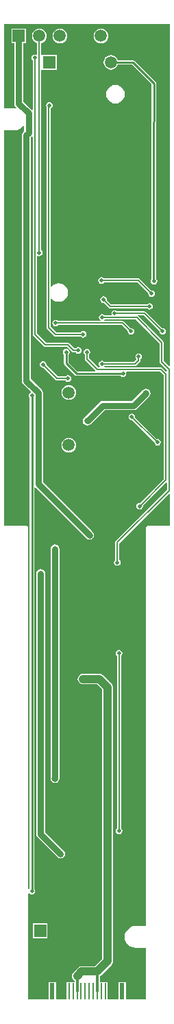
<source format=gbl>
%FSLAX25Y25*%
%MOIN*%
G70*
G01*
G75*
G04 Layer_Physical_Order=2*
G04 Layer_Color=16711680*
%ADD10R,0.03150X0.03937*%
%ADD11R,0.02362X0.07874*%
%ADD12R,0.01063X0.07874*%
%ADD13R,0.03937X0.03150*%
%ADD14R,0.05906X0.12992*%
%ADD15R,0.05906X0.03937*%
%ADD16R,0.01969X0.07874*%
%ADD17O,0.01969X0.07874*%
%ADD18R,0.05118X0.05118*%
%ADD19R,0.02362X0.00787*%
%ADD20R,0.03150X0.00787*%
%ADD21R,0.00787X0.02362*%
%ADD22R,0.00787X0.03150*%
%ADD23R,0.03150X0.02559*%
%ADD24R,0.15748X0.05118*%
%ADD25C,0.05906*%
%ADD26R,0.03937X0.04724*%
%ADD27R,0.12402X0.08898*%
%ADD28R,0.02400X0.05906*%
%ADD29R,0.04724X0.03937*%
%ADD30R,0.03150X0.03543*%
%ADD31R,0.03150X0.03543*%
%ADD32R,0.01575X0.03937*%
%ADD33C,0.00787*%
%ADD34C,0.01000*%
%ADD35C,0.01181*%
%ADD36C,0.03150*%
%ADD37C,0.03937*%
%ADD38C,0.02362*%
%ADD39C,0.01575*%
%ADD40R,0.05906X0.05906*%
%ADD41R,0.05906X0.05906*%
%ADD42C,0.01969*%
%ADD43C,0.03150*%
%ADD44C,0.01575*%
G36*
X81674Y-167200D02*
X81212Y-167391D01*
X78720Y-164899D01*
Y-155866D01*
X78644Y-155482D01*
X78426Y-155157D01*
X66224Y-142954D01*
X65898Y-142736D01*
X65898Y-142736D01*
X65898D01*
Y-142736D01*
X65902Y-142699D01*
X68996D01*
X76535Y-150238D01*
X76505Y-150394D01*
X76627Y-151008D01*
X76975Y-151529D01*
X77496Y-151877D01*
X78110Y-151999D01*
X78725Y-151877D01*
X79246Y-151529D01*
X79594Y-151008D01*
X79716Y-150394D01*
X79594Y-149779D01*
X79246Y-149258D01*
X78725Y-148910D01*
X78110Y-148788D01*
X77955Y-148819D01*
X70121Y-140985D01*
X69796Y-140768D01*
X69411Y-140691D01*
X56029D01*
X55941Y-140560D01*
X55420Y-140211D01*
X54805Y-140089D01*
X54191Y-140211D01*
X53670Y-140560D01*
X53322Y-141080D01*
X53199Y-141695D01*
X53315Y-142273D01*
X52997Y-142660D01*
X50018D01*
X49876Y-142447D01*
X49355Y-142099D01*
X48740Y-141977D01*
X48126Y-142099D01*
X47605Y-142447D01*
X47257Y-142968D01*
X47135Y-143583D01*
X47257Y-144197D01*
X47605Y-144718D01*
X47871Y-144896D01*
X47726Y-145374D01*
X27247D01*
X27159Y-145243D01*
X26638Y-144895D01*
X26024Y-144772D01*
X25409Y-144895D01*
X24888Y-145243D01*
X24540Y-145764D01*
X24418Y-146378D01*
X24540Y-146992D01*
X24888Y-147513D01*
X25409Y-147861D01*
X26024Y-147984D01*
X26638Y-147861D01*
X27159Y-147513D01*
X27247Y-147381D01*
X58324D01*
X61105Y-150162D01*
X61074Y-150317D01*
X61196Y-150932D01*
X61544Y-151452D01*
X62065Y-151800D01*
X62679Y-151923D01*
X63294Y-151800D01*
X63815Y-151452D01*
X64163Y-150932D01*
X64285Y-150317D01*
X64163Y-149703D01*
X63815Y-149182D01*
X63294Y-148834D01*
X62679Y-148711D01*
X62524Y-148742D01*
X59450Y-145668D01*
X59124Y-145451D01*
X58740Y-145374D01*
X49754D01*
X49609Y-144896D01*
X49876Y-144718D01*
X49910Y-144667D01*
X65098D01*
X76713Y-156282D01*
Y-165315D01*
X76713Y-165315D01*
X76713D01*
X76789Y-165699D01*
X77007Y-166024D01*
X80186Y-169203D01*
X80088Y-169694D01*
X79755Y-169832D01*
X78072Y-168149D01*
X77746Y-167931D01*
X77362Y-167855D01*
X50064D01*
X49757Y-167395D01*
X49845Y-167263D01*
X64606D01*
X64990Y-167187D01*
X65316Y-166969D01*
X67166Y-165119D01*
X67384Y-164794D01*
X67460Y-164409D01*
X67460Y-164409D01*
X67460Y-164409D01*
Y-164409D01*
Y-163940D01*
X67592Y-163852D01*
X67940Y-163331D01*
X68062Y-162716D01*
X67940Y-162102D01*
X67592Y-161581D01*
X67071Y-161233D01*
X66457Y-161111D01*
X65842Y-161233D01*
X65321Y-161581D01*
X64973Y-162102D01*
X64851Y-162716D01*
X64973Y-163331D01*
X65321Y-163852D01*
X64770Y-164677D01*
X64191Y-165256D01*
X49845D01*
X49757Y-165124D01*
X49237Y-164776D01*
X48622Y-164654D01*
X48008Y-164776D01*
X47487Y-165124D01*
X47139Y-165645D01*
X47016Y-166260D01*
X47139Y-166874D01*
X47487Y-167395D01*
X47244Y-167759D01*
X46746Y-167807D01*
X42303Y-163364D01*
Y-161656D01*
X42435Y-161568D01*
X42783Y-161047D01*
X42905Y-160433D01*
X42783Y-159819D01*
X42435Y-159298D01*
X41914Y-158950D01*
X41299Y-158827D01*
X40685Y-158950D01*
X40164Y-159298D01*
X39816Y-159819D01*
X39694Y-160433D01*
X39816Y-161047D01*
X40164Y-161568D01*
X40296Y-161656D01*
Y-163779D01*
X40372Y-164164D01*
X40590Y-164489D01*
X45474Y-169373D01*
X45282Y-169835D01*
X36722D01*
X32332Y-165445D01*
Y-161624D01*
X32356Y-161608D01*
X32704Y-161087D01*
X32826Y-160472D01*
X32704Y-159858D01*
X32356Y-159337D01*
X31835Y-158989D01*
X31220Y-158867D01*
X30606Y-158989D01*
X30085Y-159337D01*
X29737Y-159858D01*
X29615Y-160472D01*
X29737Y-161087D01*
X30085Y-161608D01*
X30109Y-161624D01*
Y-165905D01*
X30108Y-165905D01*
X30193Y-166331D01*
X30434Y-166692D01*
X35476Y-171733D01*
X35476Y-171733D01*
X35692Y-171878D01*
X35836Y-171974D01*
X36262Y-172059D01*
X57709D01*
X57725Y-172082D01*
X58246Y-172430D01*
X58860Y-172553D01*
X59475Y-172430D01*
X59996Y-172082D01*
X60344Y-171562D01*
X60466Y-170947D01*
X60344Y-170333D01*
X60324Y-170303D01*
X60560Y-169862D01*
X76947D01*
X78800Y-171715D01*
Y-222143D01*
X67085Y-233858D01*
X66929Y-233827D01*
X66315Y-233950D01*
X65794Y-234298D01*
X65446Y-234819D01*
X65324Y-235433D01*
X65446Y-236048D01*
X65794Y-236568D01*
X66315Y-236916D01*
X66929Y-237039D01*
X67544Y-236916D01*
X68064Y-236568D01*
X68413Y-236048D01*
X68535Y-235433D01*
X68504Y-235278D01*
X79755Y-224026D01*
X80217Y-224218D01*
Y-227458D01*
X55353Y-252322D01*
X55136Y-252647D01*
X55059Y-253031D01*
X55059Y-253031D01*
X55059D01*
X55059Y-253031D01*
X55059D01*
Y-261572D01*
X54928Y-261660D01*
X54580Y-262181D01*
X54457Y-262795D01*
X54580Y-263410D01*
X54928Y-263931D01*
X55449Y-264279D01*
X56063Y-264401D01*
X56677Y-264279D01*
X57198Y-263931D01*
X57546Y-263410D01*
X57669Y-262795D01*
X57546Y-262181D01*
X57198Y-261660D01*
X57067Y-261572D01*
Y-253447D01*
X81212Y-229302D01*
X81674Y-229493D01*
Y-245060D01*
X70866D01*
X70482Y-245136D01*
X70157Y-245354D01*
X69939Y-245679D01*
X69863Y-246063D01*
Y-439548D01*
X64961D01*
Y-439521D01*
X63573Y-439704D01*
X62280Y-440239D01*
X61170Y-441091D01*
X60318Y-442202D01*
X59782Y-443495D01*
X59600Y-444882D01*
X59782Y-446270D01*
X60318Y-447563D01*
X61170Y-448673D01*
X62280Y-449525D01*
X63573Y-450060D01*
X64961Y-450243D01*
Y-450216D01*
X69863D01*
Y-475375D01*
X60210D01*
Y-466812D01*
X56666D01*
Y-475375D01*
X51410D01*
Y-466812D01*
X47556D01*
Y-463951D01*
X47642Y-463916D01*
X48176Y-463505D01*
X53164Y-458518D01*
X53574Y-457983D01*
X53756Y-457543D01*
X53832Y-457361D01*
X53920Y-456693D01*
Y-371811D01*
X53920Y-371811D01*
X53920Y-371811D01*
Y-371811D01*
Y-323543D01*
X53832Y-322875D01*
X53756Y-322693D01*
X53574Y-322253D01*
X53164Y-321718D01*
X49048Y-317602D01*
X48513Y-317192D01*
X48149Y-317041D01*
X47891Y-316934D01*
X47223Y-316846D01*
X39391D01*
X38723Y-316934D01*
X38101Y-317192D01*
X37566Y-317602D01*
X37156Y-318137D01*
X36898Y-318759D01*
X36810Y-319428D01*
X36898Y-320096D01*
X37156Y-320718D01*
X37566Y-321253D01*
X38101Y-321663D01*
X38723Y-321921D01*
X39391Y-322009D01*
X46154D01*
X48757Y-324612D01*
Y-371811D01*
X48757Y-371811D01*
X48757D01*
Y-455624D01*
X45282Y-459099D01*
X38753D01*
X38085Y-459187D01*
X37903Y-459263D01*
X37462Y-459445D01*
X36928Y-459855D01*
X34684Y-462099D01*
X34273Y-462634D01*
X34016Y-463256D01*
X33928Y-463924D01*
X34016Y-464592D01*
X34273Y-465215D01*
X34684Y-465750D01*
X35218Y-466160D01*
X35304Y-466195D01*
Y-466812D01*
X31450D01*
Y-475375D01*
X26194D01*
Y-466812D01*
X22650D01*
Y-475375D01*
X12815D01*
Y-423825D01*
X13293Y-423680D01*
X13354Y-423772D01*
X13875Y-424120D01*
X14490Y-424242D01*
X15104Y-424120D01*
X15625Y-423772D01*
X15973Y-423251D01*
X16095Y-422636D01*
X15973Y-422022D01*
X15625Y-421501D01*
X15602Y-421485D01*
Y-226237D01*
X16078Y-226093D01*
X16078D01*
X40977Y-250992D01*
X41693Y-251470D01*
X42538Y-251638D01*
X43383Y-251470D01*
X44099Y-250992D01*
X44578Y-250275D01*
X44746Y-249430D01*
X44578Y-248586D01*
X44099Y-247869D01*
X19847Y-223617D01*
Y-180272D01*
X19679Y-179427D01*
X19200Y-178711D01*
X14019Y-173529D01*
Y-55915D01*
X14361Y-55572D01*
X14823Y-55764D01*
Y-151772D01*
X14823Y-151772D01*
X14823D01*
X14900Y-152156D01*
X15117Y-152481D01*
X20235Y-157599D01*
X20561Y-157817D01*
X20945Y-157893D01*
X31632D01*
X34054Y-160316D01*
X34380Y-160533D01*
X34764Y-160610D01*
X35824D01*
X35912Y-160742D01*
X36433Y-161090D01*
X37047Y-161212D01*
X37662Y-161090D01*
X38183Y-160742D01*
X38531Y-160221D01*
X38653Y-159606D01*
X38531Y-158992D01*
X38183Y-158471D01*
X37662Y-158123D01*
X37047Y-158001D01*
X36433Y-158123D01*
X35912Y-158471D01*
X35824Y-158603D01*
X35179D01*
X32757Y-156180D01*
X32431Y-155963D01*
X32047Y-155886D01*
X21361D01*
X16830Y-151356D01*
Y-113774D01*
X17271Y-113539D01*
X17495Y-113688D01*
X18110Y-113811D01*
X18724Y-113688D01*
X19245Y-113340D01*
X19593Y-112819D01*
X19716Y-112205D01*
X19593Y-111591D01*
X19245Y-111070D01*
X19114Y-110982D01*
Y-23083D01*
X19114D01*
X19407D01*
X19467Y-23083D01*
X19467Y-23083D01*
Y-23083D01*
X26493D01*
Y-15997D01*
X19467D01*
X19467Y-15997D01*
Y-15997D01*
X19407Y-15997D01*
X19114Y-15703D01*
Y-10120D01*
X19897Y-9795D01*
X20637Y-9227D01*
X21205Y-8487D01*
X21562Y-7625D01*
X21684Y-6700D01*
X21562Y-5775D01*
X21205Y-4913D01*
X20637Y-4173D01*
X19897Y-3605D01*
X19035Y-3248D01*
X18110Y-3126D01*
X17185Y-3248D01*
X16323Y-3605D01*
X15583Y-4173D01*
X15015Y-4913D01*
X14658Y-5775D01*
X14536Y-6700D01*
X14658Y-7625D01*
X15015Y-8487D01*
X15583Y-9227D01*
X16323Y-9795D01*
X17107Y-10120D01*
Y-15793D01*
X16666Y-16029D01*
X16441Y-15879D01*
X15827Y-15756D01*
X15212Y-15879D01*
X14691Y-16227D01*
X14343Y-16748D01*
X14221Y-17362D01*
X14343Y-17977D01*
X14691Y-18498D01*
X14823Y-18586D01*
Y-42559D01*
X14361Y-42750D01*
X10318Y-38706D01*
Y-10243D01*
X11653D01*
Y-3157D01*
X4567D01*
Y-10243D01*
X5902D01*
Y-39621D01*
X6070Y-40466D01*
X6549Y-41182D01*
X6549Y-41182D01*
X6549Y-41182D01*
X6904Y-41537D01*
X6683Y-41986D01*
X5906Y-41883D01*
Y-41910D01*
X1003D01*
Y-1003D01*
X81674D01*
Y-167200D01*
D02*
G37*
G36*
X10647Y-50573D02*
Y-53042D01*
X10250Y-53439D01*
X9771Y-54155D01*
X9603Y-55000D01*
Y-174443D01*
X9771Y-175288D01*
X10250Y-176005D01*
X10250Y-176005D01*
X10250Y-176005D01*
X13874Y-179629D01*
X13825Y-180126D01*
X13354Y-180441D01*
X13006Y-180962D01*
X12884Y-181576D01*
X13006Y-182191D01*
X13354Y-182712D01*
X13378Y-182727D01*
Y-421199D01*
X12976Y-421497D01*
X12815Y-421448D01*
Y-246063D01*
X12738Y-245679D01*
X12521Y-245354D01*
X12195Y-245136D01*
X11811Y-245060D01*
X1003D01*
Y-52578D01*
X5906D01*
Y-52605D01*
X7293Y-52422D01*
X8586Y-51887D01*
X9696Y-51035D01*
X10174Y-50413D01*
X10647Y-50573D01*
D02*
G37*
%LPC*%
G36*
X32452Y-202091D02*
X31527Y-202213D01*
X30665Y-202570D01*
X29925Y-203138D01*
X29357Y-203878D01*
X29000Y-204740D01*
X28878Y-205665D01*
X29000Y-206590D01*
X29357Y-207452D01*
X29925Y-208192D01*
X30665Y-208760D01*
X31527Y-209117D01*
X32452Y-209239D01*
X33377Y-209117D01*
X34239Y-208760D01*
X34979Y-208192D01*
X35547Y-207452D01*
X35904Y-206590D01*
X36026Y-205665D01*
X35904Y-204740D01*
X35547Y-203878D01*
X34979Y-203138D01*
X34239Y-202570D01*
X33377Y-202213D01*
X32452Y-202091D01*
D02*
G37*
G36*
Y-176501D02*
X31527Y-176623D01*
X30665Y-176980D01*
X29925Y-177548D01*
X29357Y-178288D01*
X29000Y-179150D01*
X28878Y-180075D01*
X29000Y-181000D01*
X29357Y-181862D01*
X29925Y-182602D01*
X30665Y-183170D01*
X31527Y-183527D01*
X32452Y-183649D01*
X33377Y-183527D01*
X34239Y-183170D01*
X34979Y-182602D01*
X35547Y-181862D01*
X35904Y-181000D01*
X36026Y-180075D01*
X35904Y-179150D01*
X35547Y-178288D01*
X34979Y-177548D01*
X34239Y-176980D01*
X33377Y-176623D01*
X32452Y-176501D01*
D02*
G37*
G36*
X70000Y-178343D02*
X69155Y-178512D01*
X68439Y-178990D01*
X63219Y-184210D01*
X49016D01*
X48171Y-184378D01*
X47455Y-184856D01*
X39935Y-192376D01*
X39456Y-193092D01*
X39288Y-193937D01*
X39456Y-194782D01*
X39935Y-195498D01*
X40651Y-195977D01*
X41496Y-196145D01*
X42341Y-195977D01*
X43057Y-195498D01*
X43057Y-195498D01*
X43057Y-195498D01*
X49930Y-188625D01*
X64134D01*
X64979Y-188457D01*
X65695Y-187978D01*
X65695Y-187978D01*
X65695Y-187978D01*
X71561Y-182112D01*
X72040Y-181396D01*
X72208Y-180551D01*
X72208Y-180551D01*
X72208Y-180551D01*
Y-180551D01*
X72208D01*
X72208Y-180551D01*
X72040Y-179706D01*
X71561Y-178990D01*
X70845Y-178512D01*
X70000Y-178343D01*
D02*
G37*
G36*
X63150Y-190323D02*
X62535Y-190446D01*
X62014Y-190794D01*
X61666Y-191315D01*
X61544Y-191929D01*
X61666Y-192544D01*
X62014Y-193064D01*
X62535Y-193413D01*
X63150Y-193535D01*
X63305Y-193504D01*
X74054Y-204252D01*
X74040Y-204319D01*
X74162Y-204934D01*
X74511Y-205454D01*
X75031Y-205802D01*
X75646Y-205925D01*
X76260Y-205802D01*
X76781Y-205454D01*
X77129Y-204934D01*
X77251Y-204319D01*
X77129Y-203705D01*
X76781Y-203184D01*
X76260Y-202836D01*
X75646Y-202713D01*
X75402Y-202762D01*
X64724Y-192085D01*
X64755Y-191929D01*
X64633Y-191315D01*
X64285Y-190794D01*
X63764Y-190446D01*
X63150Y-190323D01*
D02*
G37*
G36*
X18779Y-265902D02*
X17935Y-266071D01*
X17218Y-266549D01*
X16740Y-267265D01*
X16572Y-268110D01*
Y-394779D01*
X16740Y-395624D01*
X17218Y-396340D01*
X17218Y-396340D01*
X17218Y-396340D01*
Y-396340D01*
X26889Y-406011D01*
D01*
X26889D01*
X26889Y-406011D01*
X26889Y-406011D01*
X26889D01*
D01*
X26889D01*
X26889Y-406011D01*
Y-406011D01*
X26889Y-406011D01*
Y-406011D01*
X27606Y-406490D01*
X28450Y-406658D01*
X29295Y-406490D01*
X30011Y-406011D01*
X30490Y-405295D01*
X30658Y-404450D01*
X30490Y-403605D01*
X30011Y-402889D01*
X20987Y-393865D01*
Y-268110D01*
X20819Y-267265D01*
X20341Y-266549D01*
X19624Y-266071D01*
X18779Y-265902D01*
D02*
G37*
G36*
X22037Y-438369D02*
X14951D01*
Y-445456D01*
X22037D01*
Y-438369D01*
D02*
G37*
G36*
X25770Y-253917D02*
X24925Y-254085D01*
X24209Y-254563D01*
X23730Y-255279D01*
X23562Y-256124D01*
Y-367857D01*
X23562Y-367857D01*
X23562D01*
X23730Y-368702D01*
X24209Y-369418D01*
X24925Y-369896D01*
X25770Y-370064D01*
X26615Y-369896D01*
X27331Y-369418D01*
X27810Y-368702D01*
X27978Y-367857D01*
Y-256124D01*
X27810Y-255279D01*
X27331Y-254563D01*
X26615Y-254085D01*
X25770Y-253917D01*
D02*
G37*
G36*
X56931Y-305282D02*
X56316Y-305405D01*
X55795Y-305753D01*
X55447Y-306274D01*
X55325Y-306888D01*
X55447Y-307503D01*
X55795Y-308024D01*
X55927Y-308112D01*
Y-392121D01*
X55795Y-392210D01*
X55447Y-392730D01*
X55325Y-393345D01*
X55447Y-393959D01*
X55795Y-394480D01*
X56316Y-394828D01*
X56931Y-394951D01*
X57545Y-394828D01*
X58066Y-394480D01*
X58414Y-393959D01*
X58536Y-393345D01*
X58414Y-392730D01*
X58066Y-392210D01*
X57934Y-392121D01*
Y-308112D01*
X58066Y-308024D01*
X58414Y-307503D01*
X58536Y-306888D01*
X58414Y-306274D01*
X58066Y-305753D01*
X57545Y-305405D01*
X56931Y-305282D01*
D02*
G37*
G36*
X55118Y-30473D02*
X53936Y-30628D01*
X52835Y-31085D01*
X51889Y-31810D01*
X51163Y-32756D01*
X50707Y-33858D01*
X50551Y-35039D01*
X50707Y-36221D01*
X51163Y-37323D01*
X51889Y-38269D01*
X52835Y-38994D01*
X53936Y-39450D01*
X55118Y-39606D01*
X56300Y-39450D01*
X57402Y-38994D01*
X58347Y-38269D01*
X59073Y-37323D01*
X59529Y-36221D01*
X59685Y-35039D01*
X59529Y-33858D01*
X59073Y-32756D01*
X58347Y-31810D01*
X57402Y-31085D01*
X56300Y-30628D01*
X55118Y-30473D01*
D02*
G37*
G36*
X52950Y-15966D02*
X52025Y-16088D01*
X51163Y-16445D01*
X50423Y-17013D01*
X49855Y-17753D01*
X49498Y-18615D01*
X49376Y-19540D01*
X49498Y-20465D01*
X49855Y-21327D01*
X50423Y-22067D01*
X51163Y-22635D01*
X52025Y-22992D01*
X52950Y-23114D01*
X53875Y-22992D01*
X54737Y-22635D01*
X55477Y-22067D01*
X56045Y-21327D01*
X56325Y-20652D01*
X63213D01*
X72786Y-30224D01*
Y-47966D01*
X72725Y-48058D01*
X72640Y-48483D01*
X72640Y-48483D01*
Y-125032D01*
X72414Y-125370D01*
X72292Y-125984D01*
X72414Y-126599D01*
X72762Y-127120D01*
X73283Y-127468D01*
X73898Y-127590D01*
X74512Y-127468D01*
X75033Y-127120D01*
X75381Y-126599D01*
X75503Y-125984D01*
X75381Y-125370D01*
X75033Y-124849D01*
X74864Y-124736D01*
Y-48854D01*
X74925Y-48763D01*
X74925Y-48763D01*
X74925Y-48763D01*
X75010Y-48337D01*
X75010Y-48337D01*
Y-29764D01*
X75010Y-29764D01*
X74925Y-29338D01*
X74684Y-28978D01*
X74684Y-28978D01*
X64460Y-18754D01*
X64099Y-18513D01*
X63674Y-18428D01*
X63674Y-18428D01*
X56325D01*
X56045Y-17753D01*
X55477Y-17013D01*
X54737Y-16445D01*
X53875Y-16088D01*
X52950Y-15966D01*
D02*
G37*
G36*
X48110Y-3126D02*
X47185Y-3248D01*
X46323Y-3605D01*
X45583Y-4173D01*
X45015Y-4913D01*
X44658Y-5775D01*
X44536Y-6700D01*
X44658Y-7625D01*
X45015Y-8487D01*
X45583Y-9227D01*
X46323Y-9795D01*
X47185Y-10152D01*
X48110Y-10274D01*
X49035Y-10152D01*
X49897Y-9795D01*
X50637Y-9227D01*
X51205Y-8487D01*
X51562Y-7625D01*
X51684Y-6700D01*
X51562Y-5775D01*
X51205Y-4913D01*
X50637Y-4173D01*
X49897Y-3605D01*
X49035Y-3248D01*
X48110Y-3126D01*
D02*
G37*
G36*
X28110D02*
X27185Y-3248D01*
X26323Y-3605D01*
X25583Y-4173D01*
X25015Y-4913D01*
X24658Y-5775D01*
X24536Y-6700D01*
X24658Y-7625D01*
X25015Y-8487D01*
X25583Y-9227D01*
X26323Y-9795D01*
X27185Y-10152D01*
X28110Y-10274D01*
X29035Y-10152D01*
X29897Y-9795D01*
X30637Y-9227D01*
X31205Y-8487D01*
X31562Y-7625D01*
X31684Y-6700D01*
X31562Y-5775D01*
X31205Y-4913D01*
X30637Y-4173D01*
X29897Y-3605D01*
X29035Y-3248D01*
X28110Y-3126D01*
D02*
G37*
G36*
X49370Y-133355D02*
X48756Y-133477D01*
X48235Y-133825D01*
X47887Y-134346D01*
X47764Y-134961D01*
X47887Y-135575D01*
X48235Y-136096D01*
X48756Y-136444D01*
X49370Y-136566D01*
X49526Y-136535D01*
X51928Y-138938D01*
X52146Y-139083D01*
X52254Y-139155D01*
X52638Y-139232D01*
X70548D01*
X70636Y-139364D01*
X71157Y-139712D01*
X71772Y-139834D01*
X72386Y-139712D01*
X72907Y-139364D01*
X73255Y-138843D01*
X73377Y-138228D01*
X73255Y-137614D01*
X72907Y-137093D01*
X72386Y-136745D01*
X71772Y-136623D01*
X71157Y-136745D01*
X70636Y-137093D01*
X70548Y-137225D01*
X53053D01*
X50945Y-135116D01*
X50976Y-134961D01*
X50854Y-134346D01*
X50506Y-133825D01*
X49984Y-133477D01*
X49370Y-133355D01*
D02*
G37*
G36*
X19961Y-164930D02*
X19346Y-165052D01*
X18825Y-165400D01*
X18477Y-165921D01*
X18355Y-166535D01*
X18477Y-167150D01*
X18825Y-167671D01*
X19346Y-168019D01*
X19961Y-168141D01*
X20116Y-168110D01*
X25983Y-173977D01*
X26309Y-174195D01*
X26693Y-174271D01*
X30837D01*
X30951Y-174443D01*
X31472Y-174791D01*
X32087Y-174913D01*
X32701Y-174791D01*
X33222Y-174443D01*
X33570Y-173922D01*
X33692Y-173307D01*
X33570Y-172693D01*
X33222Y-172172D01*
X32701Y-171824D01*
X32087Y-171701D01*
X31472Y-171824D01*
X30951Y-172172D01*
X30889Y-172264D01*
X27109D01*
X21535Y-166691D01*
X21566Y-166535D01*
X21444Y-165921D01*
X21096Y-165400D01*
X20575Y-165052D01*
X19961Y-164930D01*
D02*
G37*
G36*
X48386Y-124024D02*
X47771Y-124146D01*
X47251Y-124495D01*
X46902Y-125015D01*
X46780Y-125630D01*
X46902Y-126244D01*
X47251Y-126765D01*
X47771Y-127113D01*
X48386Y-127236D01*
X49000Y-127113D01*
X49521Y-126765D01*
X49609Y-126633D01*
X65884D01*
X71142Y-131892D01*
X71111Y-132047D01*
X71233Y-132662D01*
X71581Y-133183D01*
X72102Y-133531D01*
X72716Y-133653D01*
X73331Y-133531D01*
X73852Y-133183D01*
X74200Y-132662D01*
X74322Y-132047D01*
X74200Y-131433D01*
X73852Y-130912D01*
X73331Y-130564D01*
X72716Y-130442D01*
X72561Y-130473D01*
X67009Y-124920D01*
X66683Y-124703D01*
X66299Y-124626D01*
X49609D01*
X49521Y-124495D01*
X49000Y-124146D01*
X48386Y-124024D01*
D02*
G37*
G36*
X23010Y-38849D02*
X22396Y-38971D01*
X21875Y-39319D01*
X21527Y-39840D01*
X21405Y-40454D01*
X21527Y-41069D01*
X21538Y-41085D01*
Y-148407D01*
X21538Y-148407D01*
X21538D01*
X21614Y-148792D01*
X21832Y-149117D01*
X25275Y-152560D01*
X25600Y-152778D01*
X25600Y-152778D01*
X25600Y-152778D01*
D01*
X25600Y-152778D01*
X25600Y-152778D01*
X25984Y-152854D01*
X38225D01*
X38313Y-152986D01*
X38834Y-153334D01*
X39449Y-153456D01*
X40063Y-153334D01*
X40584Y-152986D01*
X40932Y-152465D01*
X41054Y-151850D01*
X40932Y-151236D01*
X40584Y-150715D01*
X40063Y-150367D01*
X39449Y-150245D01*
X38834Y-150367D01*
X38313Y-150715D01*
X38225Y-150847D01*
X26400D01*
X23545Y-147992D01*
Y-134480D01*
X24018Y-134319D01*
X24330Y-134725D01*
X25276Y-135451D01*
X26377Y-135907D01*
X27559Y-136063D01*
X28741Y-135907D01*
X29842Y-135451D01*
X30788Y-134725D01*
X31514Y-133779D01*
X31970Y-132678D01*
X32126Y-131496D01*
X31970Y-130314D01*
X31514Y-129213D01*
X30788Y-128267D01*
X29842Y-127541D01*
X28741Y-127085D01*
X27559Y-126929D01*
X26377Y-127085D01*
X25276Y-127541D01*
X24330Y-128267D01*
X24018Y-128673D01*
X23545Y-128512D01*
Y-41954D01*
X23625Y-41938D01*
X24146Y-41590D01*
X24494Y-41069D01*
X24616Y-40454D01*
X24494Y-39840D01*
X24146Y-39319D01*
X23625Y-38971D01*
X23010Y-38849D01*
D02*
G37*
%LPD*%
D11*
X58438Y-471340D02*
D03*
X24422D02*
D03*
D12*
X42414D02*
D03*
X44383D02*
D03*
X46351D02*
D03*
X48320D02*
D03*
X50288D02*
D03*
X52257D02*
D03*
X40446D02*
D03*
X38477D02*
D03*
X36509D02*
D03*
X34540D02*
D03*
X32572D02*
D03*
X30603D02*
D03*
D25*
X18110Y-6700D02*
D03*
X28110D02*
D03*
X38110D02*
D03*
X48110D02*
D03*
X32950Y-19540D02*
D03*
X42950D02*
D03*
X52950D02*
D03*
X18494Y-451912D02*
D03*
X32452Y-205665D02*
D03*
X50168D02*
D03*
X32452Y-180075D02*
D03*
X50168D02*
D03*
D33*
X49370Y-134961D02*
X52638Y-138228D01*
X71772D01*
X66299Y-125630D02*
X72716Y-132047D01*
X48386Y-125630D02*
X66299D01*
X64606Y-166260D02*
X66457Y-164409D01*
Y-162716D01*
X15827Y-151772D02*
Y-17362D01*
Y-151772D02*
X20945Y-156890D01*
X32047D01*
X34764Y-159606D01*
X37047D01*
X26693Y-173268D02*
X32047D01*
X19961Y-166535D02*
X26693Y-173268D01*
X48622Y-166260D02*
X64606D01*
X41299Y-163779D02*
X46378Y-168858D01*
X41299Y-163779D02*
Y-160433D01*
X22541Y-148407D02*
X25984Y-151850D01*
X22541Y-148407D02*
Y-40923D01*
X23010Y-40454D01*
X25984Y-151850D02*
X39449D01*
X48740Y-143583D02*
X48821Y-143664D01*
X65514D01*
X77716Y-155866D01*
X26024Y-146378D02*
X58740D01*
X62679Y-150317D01*
X46378Y-168858D02*
X77362D01*
X77716Y-165315D02*
Y-155866D01*
Y-165315D02*
X81221Y-168819D01*
X54805Y-141695D02*
X69411D01*
X78110Y-150394D01*
X75539Y-204319D02*
X75646D01*
X63150Y-191929D02*
X75539Y-204319D01*
X18110Y-112205D02*
Y-6700D01*
X56063Y-262795D02*
Y-253031D01*
X81221Y-227874D01*
Y-168819D01*
X77362Y-168858D02*
X79803Y-171299D01*
X66929Y-235433D02*
X67402D01*
X66929D02*
X79803Y-222559D01*
Y-171299D01*
X56931Y-393345D02*
Y-306888D01*
D34*
X31220Y-165905D02*
Y-160472D01*
Y-165905D02*
X36262Y-170947D01*
X58860D01*
X52950Y-19540D02*
X63674D01*
X73898Y-29764D01*
Y-48337D02*
Y-29764D01*
X73752Y-48483D02*
X73898Y-48337D01*
X73752Y-125839D02*
Y-48483D01*
Y-125839D02*
X73898Y-125984D01*
X14490Y-422636D02*
Y-181576D01*
D35*
X36509Y-471340D02*
Y-463924D01*
X46351Y-471340D02*
Y-461680D01*
D36*
X64134Y-186417D02*
X70000Y-180551D01*
X49016Y-186417D02*
X64134D01*
X41496Y-193937D02*
X49016Y-186417D01*
X17639Y-224532D02*
X42538Y-249430D01*
X12855Y-53957D02*
Y-44366D01*
X8110Y-39621D02*
X12855Y-44366D01*
X17639Y-224532D02*
Y-180272D01*
X11811Y-174443D02*
X17639Y-180272D01*
X11811Y-174443D02*
Y-55000D01*
X12855Y-53957D01*
X8110Y-39621D02*
Y-6700D01*
X25770Y-367857D02*
Y-256124D01*
X18779Y-394779D02*
Y-268110D01*
Y-394779D02*
X28450Y-404450D01*
D37*
X51339Y-371811D02*
Y-323543D01*
Y-456693D02*
Y-371811D01*
X39391Y-319428D02*
X47223D01*
X51339Y-323543D01*
X46351Y-461680D02*
X51339Y-456693D01*
X36509Y-463924D02*
X38753Y-461680D01*
X46351D01*
D40*
X8110Y-6700D02*
D03*
X22950Y-19540D02*
D03*
D41*
X18494Y-441912D02*
D03*
D42*
X65945Y-149173D02*
D03*
X71181Y-160866D02*
D03*
X49370Y-134961D02*
D03*
X71772Y-138228D02*
D03*
X72716Y-132047D02*
D03*
X48386Y-125630D02*
D03*
X66457Y-162716D02*
D03*
X15827Y-17362D02*
D03*
X32087Y-173307D02*
D03*
X48622Y-166260D02*
D03*
X37047Y-159606D02*
D03*
X23010Y-40454D02*
D03*
X39449Y-151850D02*
D03*
X26024Y-146378D02*
D03*
X62679Y-150317D02*
D03*
X19961Y-166535D02*
D03*
X41299Y-160433D02*
D03*
X73898Y-125984D02*
D03*
X48740Y-143583D02*
D03*
X78110Y-150394D02*
D03*
X54805Y-141695D02*
D03*
X31220Y-160472D02*
D03*
X58860Y-170947D02*
D03*
X25770Y-256124D02*
D03*
X18779Y-268110D02*
D03*
X14490Y-181576D02*
D03*
Y-422636D02*
D03*
X17165Y-466811D02*
D03*
X63701Y-434213D02*
D03*
X62835Y-458347D02*
D03*
X35039Y-455669D02*
D03*
X24488Y-461417D02*
D03*
X41890Y-401142D02*
D03*
X41142Y-391102D02*
D03*
X63819Y-371024D02*
D03*
X63701Y-322126D02*
D03*
X33819Y-316024D02*
D03*
X47047Y-293228D02*
D03*
X58425Y-292874D02*
D03*
X24764Y-239724D02*
D03*
X58425Y-233701D02*
D03*
X77047Y-97244D02*
D03*
X78858Y-74764D02*
D03*
X79685Y-143504D02*
D03*
X6772Y-205709D02*
D03*
X61496Y-204409D02*
D03*
X26496Y-213386D02*
D03*
X14961Y-172323D02*
D03*
X25118Y-164016D02*
D03*
X18622Y-125906D02*
D03*
X25984Y-112480D02*
D03*
X3032Y-26496D02*
D03*
X30158Y-39370D02*
D03*
X27913Y-64173D02*
D03*
X29016Y-86221D02*
D03*
X50945Y-104842D02*
D03*
X51929Y-88543D02*
D03*
X53543Y-66732D02*
D03*
X75827Y-49488D02*
D03*
X63701Y-31850D02*
D03*
X63150Y-191929D02*
D03*
X75646Y-204319D02*
D03*
X18110Y-112205D02*
D03*
X56063Y-262795D02*
D03*
X66929Y-235433D02*
D03*
X56931Y-306888D02*
D03*
Y-393345D02*
D03*
X31850Y-354252D02*
D03*
X40276Y-358740D02*
D03*
X36063D02*
D03*
X31850D02*
D03*
X40276Y-354252D02*
D03*
X36063D02*
D03*
X49055Y-120512D02*
D03*
X35118Y-148819D02*
D03*
D43*
X70000Y-180551D02*
D03*
X41496Y-193937D02*
D03*
X28450Y-404450D02*
D03*
X51339Y-371811D02*
D03*
X42538Y-249430D02*
D03*
X39391Y-319428D02*
D03*
X46351Y-461680D02*
D03*
X25770Y-367857D02*
D03*
D44*
X55039Y-155039D02*
D03*
Y-157598D02*
D03*
X57677D02*
D03*
Y-155079D02*
D03*
M02*

</source>
